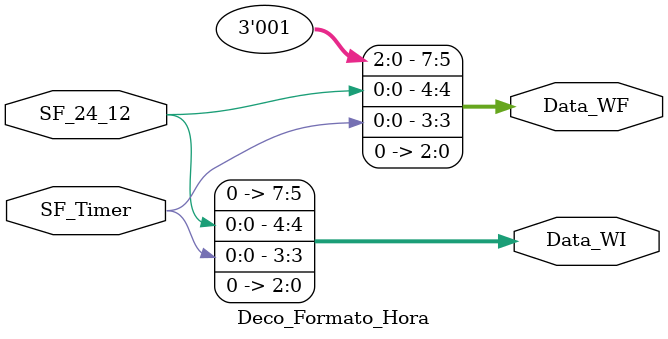
<source format=v>
`timescale 1ns / 1ps
module Deco_Formato_Hora(
	input SF_24_12,SF_Timer,
	output reg [7:0] Data_WI,Data_WF
    );

always @*

	begin
		Data_WI={3'b000,SF_24_12,SF_Timer,3'b000};
		Data_WF={3'b001,SF_24_12,SF_Timer,3'b000};
	end
	//SF_24_12 SF_Timer
	
	
endmodule

</source>
